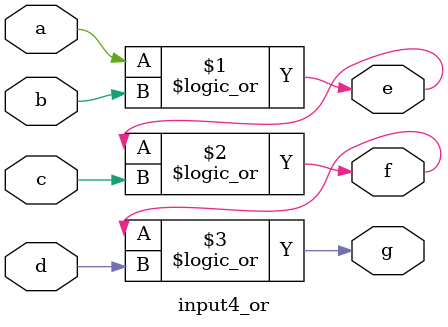
<source format=v>
`timescale 1ns / 1ps

module input4_or(
    input a,
    input b,
    input c,
    input d,
    output e,
    output f,
    output g
    );
    
assign e = a||b;
assign f = e||c;
assign g = f||d;

endmodule

</source>
